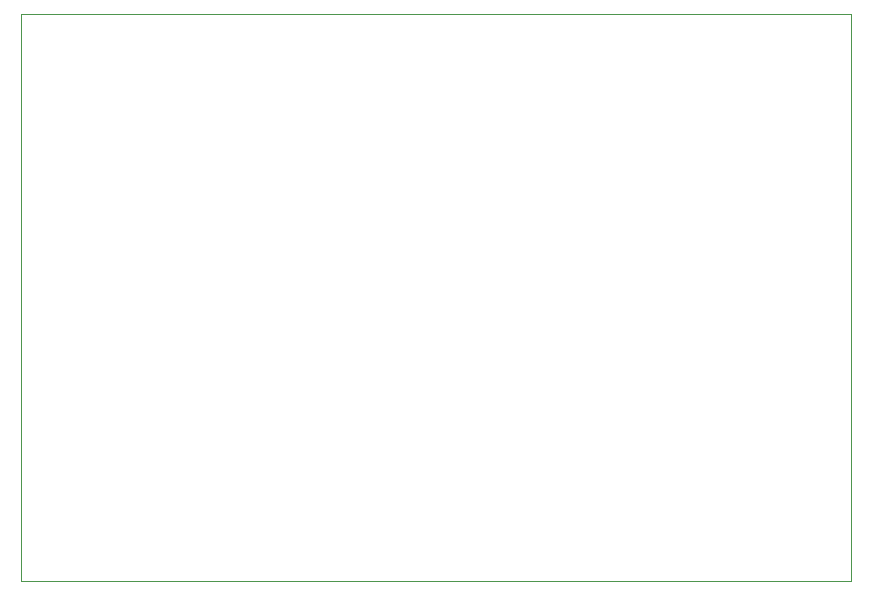
<source format=gm1>
%TF.GenerationSoftware,KiCad,Pcbnew,(6.0.8)*%
%TF.CreationDate,2023-09-30T23:17:07+09:00*%
%TF.ProjectId,AltairMD_V4,416c7461-6972-44d4-945f-56342e6b6963,rev?*%
%TF.SameCoordinates,PX6d3f490PY7a15e80*%
%TF.FileFunction,Profile,NP*%
%FSLAX46Y46*%
G04 Gerber Fmt 4.6, Leading zero omitted, Abs format (unit mm)*
G04 Created by KiCad (PCBNEW (6.0.8)) date 2023-09-30 23:17:07*
%MOMM*%
%LPD*%
G01*
G04 APERTURE LIST*
%TA.AperFunction,Profile*%
%ADD10C,0.100000*%
%TD*%
G04 APERTURE END LIST*
D10*
X0Y48006000D02*
X70205600Y48006000D01*
X70205600Y48006000D02*
X70205600Y0D01*
X70205600Y0D02*
X0Y0D01*
X0Y0D02*
X0Y48006000D01*
M02*

</source>
